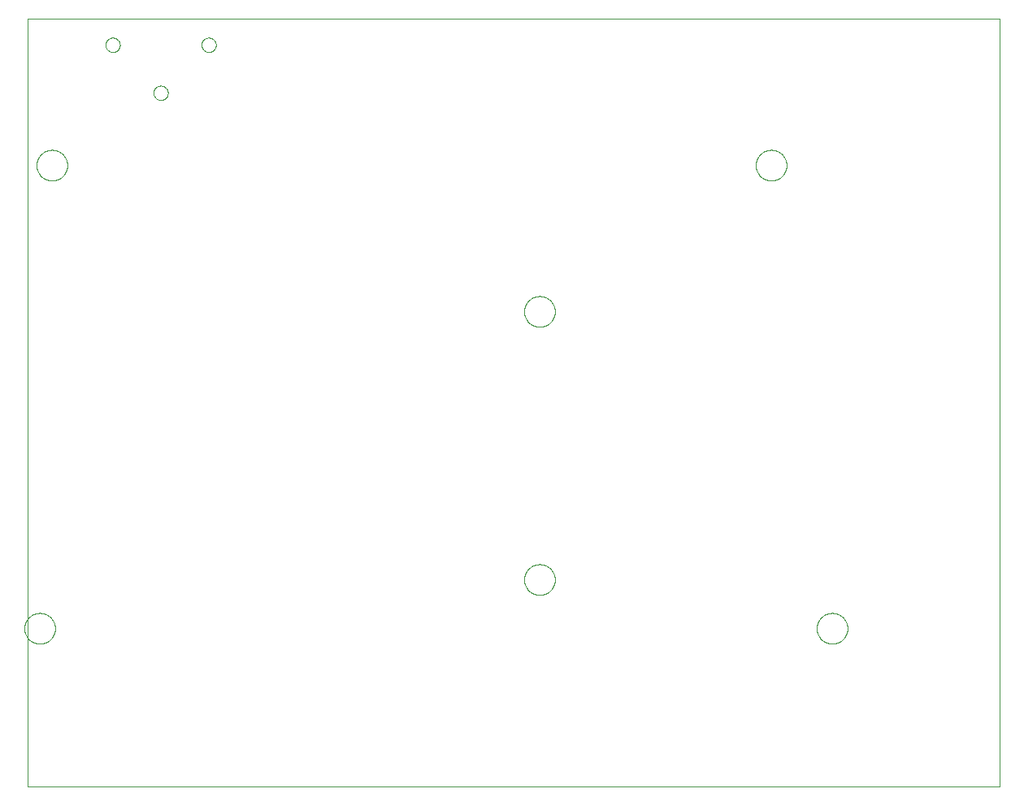
<source format=gbo>
G75*
%MOIN*%
%OFA0B0*%
%FSLAX25Y25*%
%IPPOS*%
%LPD*%
%AMOC8*
5,1,8,0,0,1.08239X$1,22.5*
%
%ADD10C,0.00000*%
D10*
X0076250Y0002534D02*
X0076250Y0317495D01*
X0474951Y0317495D01*
X0474951Y0002534D01*
X0076250Y0002534D01*
X0074951Y0067534D02*
X0074953Y0067692D01*
X0074959Y0067850D01*
X0074969Y0068008D01*
X0074983Y0068166D01*
X0075001Y0068323D01*
X0075022Y0068480D01*
X0075048Y0068636D01*
X0075078Y0068792D01*
X0075111Y0068947D01*
X0075149Y0069100D01*
X0075190Y0069253D01*
X0075235Y0069405D01*
X0075284Y0069556D01*
X0075337Y0069705D01*
X0075393Y0069853D01*
X0075453Y0069999D01*
X0075517Y0070144D01*
X0075585Y0070287D01*
X0075656Y0070429D01*
X0075730Y0070569D01*
X0075808Y0070706D01*
X0075890Y0070842D01*
X0075974Y0070976D01*
X0076063Y0071107D01*
X0076154Y0071236D01*
X0076249Y0071363D01*
X0076346Y0071488D01*
X0076447Y0071610D01*
X0076551Y0071729D01*
X0076658Y0071846D01*
X0076768Y0071960D01*
X0076881Y0072071D01*
X0076996Y0072180D01*
X0077114Y0072285D01*
X0077235Y0072387D01*
X0077358Y0072487D01*
X0077484Y0072583D01*
X0077612Y0072676D01*
X0077742Y0072766D01*
X0077875Y0072852D01*
X0078010Y0072936D01*
X0078146Y0073015D01*
X0078285Y0073092D01*
X0078426Y0073164D01*
X0078568Y0073234D01*
X0078712Y0073299D01*
X0078858Y0073361D01*
X0079005Y0073419D01*
X0079154Y0073474D01*
X0079304Y0073525D01*
X0079455Y0073572D01*
X0079607Y0073615D01*
X0079760Y0073654D01*
X0079915Y0073690D01*
X0080070Y0073721D01*
X0080226Y0073749D01*
X0080382Y0073773D01*
X0080539Y0073793D01*
X0080697Y0073809D01*
X0080854Y0073821D01*
X0081013Y0073829D01*
X0081171Y0073833D01*
X0081329Y0073833D01*
X0081487Y0073829D01*
X0081646Y0073821D01*
X0081803Y0073809D01*
X0081961Y0073793D01*
X0082118Y0073773D01*
X0082274Y0073749D01*
X0082430Y0073721D01*
X0082585Y0073690D01*
X0082740Y0073654D01*
X0082893Y0073615D01*
X0083045Y0073572D01*
X0083196Y0073525D01*
X0083346Y0073474D01*
X0083495Y0073419D01*
X0083642Y0073361D01*
X0083788Y0073299D01*
X0083932Y0073234D01*
X0084074Y0073164D01*
X0084215Y0073092D01*
X0084354Y0073015D01*
X0084490Y0072936D01*
X0084625Y0072852D01*
X0084758Y0072766D01*
X0084888Y0072676D01*
X0085016Y0072583D01*
X0085142Y0072487D01*
X0085265Y0072387D01*
X0085386Y0072285D01*
X0085504Y0072180D01*
X0085619Y0072071D01*
X0085732Y0071960D01*
X0085842Y0071846D01*
X0085949Y0071729D01*
X0086053Y0071610D01*
X0086154Y0071488D01*
X0086251Y0071363D01*
X0086346Y0071236D01*
X0086437Y0071107D01*
X0086526Y0070976D01*
X0086610Y0070842D01*
X0086692Y0070706D01*
X0086770Y0070569D01*
X0086844Y0070429D01*
X0086915Y0070287D01*
X0086983Y0070144D01*
X0087047Y0069999D01*
X0087107Y0069853D01*
X0087163Y0069705D01*
X0087216Y0069556D01*
X0087265Y0069405D01*
X0087310Y0069253D01*
X0087351Y0069100D01*
X0087389Y0068947D01*
X0087422Y0068792D01*
X0087452Y0068636D01*
X0087478Y0068480D01*
X0087499Y0068323D01*
X0087517Y0068166D01*
X0087531Y0068008D01*
X0087541Y0067850D01*
X0087547Y0067692D01*
X0087549Y0067534D01*
X0087547Y0067376D01*
X0087541Y0067218D01*
X0087531Y0067060D01*
X0087517Y0066902D01*
X0087499Y0066745D01*
X0087478Y0066588D01*
X0087452Y0066432D01*
X0087422Y0066276D01*
X0087389Y0066121D01*
X0087351Y0065968D01*
X0087310Y0065815D01*
X0087265Y0065663D01*
X0087216Y0065512D01*
X0087163Y0065363D01*
X0087107Y0065215D01*
X0087047Y0065069D01*
X0086983Y0064924D01*
X0086915Y0064781D01*
X0086844Y0064639D01*
X0086770Y0064499D01*
X0086692Y0064362D01*
X0086610Y0064226D01*
X0086526Y0064092D01*
X0086437Y0063961D01*
X0086346Y0063832D01*
X0086251Y0063705D01*
X0086154Y0063580D01*
X0086053Y0063458D01*
X0085949Y0063339D01*
X0085842Y0063222D01*
X0085732Y0063108D01*
X0085619Y0062997D01*
X0085504Y0062888D01*
X0085386Y0062783D01*
X0085265Y0062681D01*
X0085142Y0062581D01*
X0085016Y0062485D01*
X0084888Y0062392D01*
X0084758Y0062302D01*
X0084625Y0062216D01*
X0084490Y0062132D01*
X0084354Y0062053D01*
X0084215Y0061976D01*
X0084074Y0061904D01*
X0083932Y0061834D01*
X0083788Y0061769D01*
X0083642Y0061707D01*
X0083495Y0061649D01*
X0083346Y0061594D01*
X0083196Y0061543D01*
X0083045Y0061496D01*
X0082893Y0061453D01*
X0082740Y0061414D01*
X0082585Y0061378D01*
X0082430Y0061347D01*
X0082274Y0061319D01*
X0082118Y0061295D01*
X0081961Y0061275D01*
X0081803Y0061259D01*
X0081646Y0061247D01*
X0081487Y0061239D01*
X0081329Y0061235D01*
X0081171Y0061235D01*
X0081013Y0061239D01*
X0080854Y0061247D01*
X0080697Y0061259D01*
X0080539Y0061275D01*
X0080382Y0061295D01*
X0080226Y0061319D01*
X0080070Y0061347D01*
X0079915Y0061378D01*
X0079760Y0061414D01*
X0079607Y0061453D01*
X0079455Y0061496D01*
X0079304Y0061543D01*
X0079154Y0061594D01*
X0079005Y0061649D01*
X0078858Y0061707D01*
X0078712Y0061769D01*
X0078568Y0061834D01*
X0078426Y0061904D01*
X0078285Y0061976D01*
X0078146Y0062053D01*
X0078010Y0062132D01*
X0077875Y0062216D01*
X0077742Y0062302D01*
X0077612Y0062392D01*
X0077484Y0062485D01*
X0077358Y0062581D01*
X0077235Y0062681D01*
X0077114Y0062783D01*
X0076996Y0062888D01*
X0076881Y0062997D01*
X0076768Y0063108D01*
X0076658Y0063222D01*
X0076551Y0063339D01*
X0076447Y0063458D01*
X0076346Y0063580D01*
X0076249Y0063705D01*
X0076154Y0063832D01*
X0076063Y0063961D01*
X0075974Y0064092D01*
X0075890Y0064226D01*
X0075808Y0064362D01*
X0075730Y0064499D01*
X0075656Y0064639D01*
X0075585Y0064781D01*
X0075517Y0064924D01*
X0075453Y0065069D01*
X0075393Y0065215D01*
X0075337Y0065363D01*
X0075284Y0065512D01*
X0075235Y0065663D01*
X0075190Y0065815D01*
X0075149Y0065968D01*
X0075111Y0066121D01*
X0075078Y0066276D01*
X0075048Y0066432D01*
X0075022Y0066588D01*
X0075001Y0066745D01*
X0074983Y0066902D01*
X0074969Y0067060D01*
X0074959Y0067218D01*
X0074953Y0067376D01*
X0074951Y0067534D01*
X0279951Y0087534D02*
X0279953Y0087692D01*
X0279959Y0087850D01*
X0279969Y0088008D01*
X0279983Y0088166D01*
X0280001Y0088323D01*
X0280022Y0088480D01*
X0280048Y0088636D01*
X0280078Y0088792D01*
X0280111Y0088947D01*
X0280149Y0089100D01*
X0280190Y0089253D01*
X0280235Y0089405D01*
X0280284Y0089556D01*
X0280337Y0089705D01*
X0280393Y0089853D01*
X0280453Y0089999D01*
X0280517Y0090144D01*
X0280585Y0090287D01*
X0280656Y0090429D01*
X0280730Y0090569D01*
X0280808Y0090706D01*
X0280890Y0090842D01*
X0280974Y0090976D01*
X0281063Y0091107D01*
X0281154Y0091236D01*
X0281249Y0091363D01*
X0281346Y0091488D01*
X0281447Y0091610D01*
X0281551Y0091729D01*
X0281658Y0091846D01*
X0281768Y0091960D01*
X0281881Y0092071D01*
X0281996Y0092180D01*
X0282114Y0092285D01*
X0282235Y0092387D01*
X0282358Y0092487D01*
X0282484Y0092583D01*
X0282612Y0092676D01*
X0282742Y0092766D01*
X0282875Y0092852D01*
X0283010Y0092936D01*
X0283146Y0093015D01*
X0283285Y0093092D01*
X0283426Y0093164D01*
X0283568Y0093234D01*
X0283712Y0093299D01*
X0283858Y0093361D01*
X0284005Y0093419D01*
X0284154Y0093474D01*
X0284304Y0093525D01*
X0284455Y0093572D01*
X0284607Y0093615D01*
X0284760Y0093654D01*
X0284915Y0093690D01*
X0285070Y0093721D01*
X0285226Y0093749D01*
X0285382Y0093773D01*
X0285539Y0093793D01*
X0285697Y0093809D01*
X0285854Y0093821D01*
X0286013Y0093829D01*
X0286171Y0093833D01*
X0286329Y0093833D01*
X0286487Y0093829D01*
X0286646Y0093821D01*
X0286803Y0093809D01*
X0286961Y0093793D01*
X0287118Y0093773D01*
X0287274Y0093749D01*
X0287430Y0093721D01*
X0287585Y0093690D01*
X0287740Y0093654D01*
X0287893Y0093615D01*
X0288045Y0093572D01*
X0288196Y0093525D01*
X0288346Y0093474D01*
X0288495Y0093419D01*
X0288642Y0093361D01*
X0288788Y0093299D01*
X0288932Y0093234D01*
X0289074Y0093164D01*
X0289215Y0093092D01*
X0289354Y0093015D01*
X0289490Y0092936D01*
X0289625Y0092852D01*
X0289758Y0092766D01*
X0289888Y0092676D01*
X0290016Y0092583D01*
X0290142Y0092487D01*
X0290265Y0092387D01*
X0290386Y0092285D01*
X0290504Y0092180D01*
X0290619Y0092071D01*
X0290732Y0091960D01*
X0290842Y0091846D01*
X0290949Y0091729D01*
X0291053Y0091610D01*
X0291154Y0091488D01*
X0291251Y0091363D01*
X0291346Y0091236D01*
X0291437Y0091107D01*
X0291526Y0090976D01*
X0291610Y0090842D01*
X0291692Y0090706D01*
X0291770Y0090569D01*
X0291844Y0090429D01*
X0291915Y0090287D01*
X0291983Y0090144D01*
X0292047Y0089999D01*
X0292107Y0089853D01*
X0292163Y0089705D01*
X0292216Y0089556D01*
X0292265Y0089405D01*
X0292310Y0089253D01*
X0292351Y0089100D01*
X0292389Y0088947D01*
X0292422Y0088792D01*
X0292452Y0088636D01*
X0292478Y0088480D01*
X0292499Y0088323D01*
X0292517Y0088166D01*
X0292531Y0088008D01*
X0292541Y0087850D01*
X0292547Y0087692D01*
X0292549Y0087534D01*
X0292547Y0087376D01*
X0292541Y0087218D01*
X0292531Y0087060D01*
X0292517Y0086902D01*
X0292499Y0086745D01*
X0292478Y0086588D01*
X0292452Y0086432D01*
X0292422Y0086276D01*
X0292389Y0086121D01*
X0292351Y0085968D01*
X0292310Y0085815D01*
X0292265Y0085663D01*
X0292216Y0085512D01*
X0292163Y0085363D01*
X0292107Y0085215D01*
X0292047Y0085069D01*
X0291983Y0084924D01*
X0291915Y0084781D01*
X0291844Y0084639D01*
X0291770Y0084499D01*
X0291692Y0084362D01*
X0291610Y0084226D01*
X0291526Y0084092D01*
X0291437Y0083961D01*
X0291346Y0083832D01*
X0291251Y0083705D01*
X0291154Y0083580D01*
X0291053Y0083458D01*
X0290949Y0083339D01*
X0290842Y0083222D01*
X0290732Y0083108D01*
X0290619Y0082997D01*
X0290504Y0082888D01*
X0290386Y0082783D01*
X0290265Y0082681D01*
X0290142Y0082581D01*
X0290016Y0082485D01*
X0289888Y0082392D01*
X0289758Y0082302D01*
X0289625Y0082216D01*
X0289490Y0082132D01*
X0289354Y0082053D01*
X0289215Y0081976D01*
X0289074Y0081904D01*
X0288932Y0081834D01*
X0288788Y0081769D01*
X0288642Y0081707D01*
X0288495Y0081649D01*
X0288346Y0081594D01*
X0288196Y0081543D01*
X0288045Y0081496D01*
X0287893Y0081453D01*
X0287740Y0081414D01*
X0287585Y0081378D01*
X0287430Y0081347D01*
X0287274Y0081319D01*
X0287118Y0081295D01*
X0286961Y0081275D01*
X0286803Y0081259D01*
X0286646Y0081247D01*
X0286487Y0081239D01*
X0286329Y0081235D01*
X0286171Y0081235D01*
X0286013Y0081239D01*
X0285854Y0081247D01*
X0285697Y0081259D01*
X0285539Y0081275D01*
X0285382Y0081295D01*
X0285226Y0081319D01*
X0285070Y0081347D01*
X0284915Y0081378D01*
X0284760Y0081414D01*
X0284607Y0081453D01*
X0284455Y0081496D01*
X0284304Y0081543D01*
X0284154Y0081594D01*
X0284005Y0081649D01*
X0283858Y0081707D01*
X0283712Y0081769D01*
X0283568Y0081834D01*
X0283426Y0081904D01*
X0283285Y0081976D01*
X0283146Y0082053D01*
X0283010Y0082132D01*
X0282875Y0082216D01*
X0282742Y0082302D01*
X0282612Y0082392D01*
X0282484Y0082485D01*
X0282358Y0082581D01*
X0282235Y0082681D01*
X0282114Y0082783D01*
X0281996Y0082888D01*
X0281881Y0082997D01*
X0281768Y0083108D01*
X0281658Y0083222D01*
X0281551Y0083339D01*
X0281447Y0083458D01*
X0281346Y0083580D01*
X0281249Y0083705D01*
X0281154Y0083832D01*
X0281063Y0083961D01*
X0280974Y0084092D01*
X0280890Y0084226D01*
X0280808Y0084362D01*
X0280730Y0084499D01*
X0280656Y0084639D01*
X0280585Y0084781D01*
X0280517Y0084924D01*
X0280453Y0085069D01*
X0280393Y0085215D01*
X0280337Y0085363D01*
X0280284Y0085512D01*
X0280235Y0085663D01*
X0280190Y0085815D01*
X0280149Y0085968D01*
X0280111Y0086121D01*
X0280078Y0086276D01*
X0280048Y0086432D01*
X0280022Y0086588D01*
X0280001Y0086745D01*
X0279983Y0086902D01*
X0279969Y0087060D01*
X0279959Y0087218D01*
X0279953Y0087376D01*
X0279951Y0087534D01*
X0399951Y0067534D02*
X0399953Y0067692D01*
X0399959Y0067850D01*
X0399969Y0068008D01*
X0399983Y0068166D01*
X0400001Y0068323D01*
X0400022Y0068480D01*
X0400048Y0068636D01*
X0400078Y0068792D01*
X0400111Y0068947D01*
X0400149Y0069100D01*
X0400190Y0069253D01*
X0400235Y0069405D01*
X0400284Y0069556D01*
X0400337Y0069705D01*
X0400393Y0069853D01*
X0400453Y0069999D01*
X0400517Y0070144D01*
X0400585Y0070287D01*
X0400656Y0070429D01*
X0400730Y0070569D01*
X0400808Y0070706D01*
X0400890Y0070842D01*
X0400974Y0070976D01*
X0401063Y0071107D01*
X0401154Y0071236D01*
X0401249Y0071363D01*
X0401346Y0071488D01*
X0401447Y0071610D01*
X0401551Y0071729D01*
X0401658Y0071846D01*
X0401768Y0071960D01*
X0401881Y0072071D01*
X0401996Y0072180D01*
X0402114Y0072285D01*
X0402235Y0072387D01*
X0402358Y0072487D01*
X0402484Y0072583D01*
X0402612Y0072676D01*
X0402742Y0072766D01*
X0402875Y0072852D01*
X0403010Y0072936D01*
X0403146Y0073015D01*
X0403285Y0073092D01*
X0403426Y0073164D01*
X0403568Y0073234D01*
X0403712Y0073299D01*
X0403858Y0073361D01*
X0404005Y0073419D01*
X0404154Y0073474D01*
X0404304Y0073525D01*
X0404455Y0073572D01*
X0404607Y0073615D01*
X0404760Y0073654D01*
X0404915Y0073690D01*
X0405070Y0073721D01*
X0405226Y0073749D01*
X0405382Y0073773D01*
X0405539Y0073793D01*
X0405697Y0073809D01*
X0405854Y0073821D01*
X0406013Y0073829D01*
X0406171Y0073833D01*
X0406329Y0073833D01*
X0406487Y0073829D01*
X0406646Y0073821D01*
X0406803Y0073809D01*
X0406961Y0073793D01*
X0407118Y0073773D01*
X0407274Y0073749D01*
X0407430Y0073721D01*
X0407585Y0073690D01*
X0407740Y0073654D01*
X0407893Y0073615D01*
X0408045Y0073572D01*
X0408196Y0073525D01*
X0408346Y0073474D01*
X0408495Y0073419D01*
X0408642Y0073361D01*
X0408788Y0073299D01*
X0408932Y0073234D01*
X0409074Y0073164D01*
X0409215Y0073092D01*
X0409354Y0073015D01*
X0409490Y0072936D01*
X0409625Y0072852D01*
X0409758Y0072766D01*
X0409888Y0072676D01*
X0410016Y0072583D01*
X0410142Y0072487D01*
X0410265Y0072387D01*
X0410386Y0072285D01*
X0410504Y0072180D01*
X0410619Y0072071D01*
X0410732Y0071960D01*
X0410842Y0071846D01*
X0410949Y0071729D01*
X0411053Y0071610D01*
X0411154Y0071488D01*
X0411251Y0071363D01*
X0411346Y0071236D01*
X0411437Y0071107D01*
X0411526Y0070976D01*
X0411610Y0070842D01*
X0411692Y0070706D01*
X0411770Y0070569D01*
X0411844Y0070429D01*
X0411915Y0070287D01*
X0411983Y0070144D01*
X0412047Y0069999D01*
X0412107Y0069853D01*
X0412163Y0069705D01*
X0412216Y0069556D01*
X0412265Y0069405D01*
X0412310Y0069253D01*
X0412351Y0069100D01*
X0412389Y0068947D01*
X0412422Y0068792D01*
X0412452Y0068636D01*
X0412478Y0068480D01*
X0412499Y0068323D01*
X0412517Y0068166D01*
X0412531Y0068008D01*
X0412541Y0067850D01*
X0412547Y0067692D01*
X0412549Y0067534D01*
X0412547Y0067376D01*
X0412541Y0067218D01*
X0412531Y0067060D01*
X0412517Y0066902D01*
X0412499Y0066745D01*
X0412478Y0066588D01*
X0412452Y0066432D01*
X0412422Y0066276D01*
X0412389Y0066121D01*
X0412351Y0065968D01*
X0412310Y0065815D01*
X0412265Y0065663D01*
X0412216Y0065512D01*
X0412163Y0065363D01*
X0412107Y0065215D01*
X0412047Y0065069D01*
X0411983Y0064924D01*
X0411915Y0064781D01*
X0411844Y0064639D01*
X0411770Y0064499D01*
X0411692Y0064362D01*
X0411610Y0064226D01*
X0411526Y0064092D01*
X0411437Y0063961D01*
X0411346Y0063832D01*
X0411251Y0063705D01*
X0411154Y0063580D01*
X0411053Y0063458D01*
X0410949Y0063339D01*
X0410842Y0063222D01*
X0410732Y0063108D01*
X0410619Y0062997D01*
X0410504Y0062888D01*
X0410386Y0062783D01*
X0410265Y0062681D01*
X0410142Y0062581D01*
X0410016Y0062485D01*
X0409888Y0062392D01*
X0409758Y0062302D01*
X0409625Y0062216D01*
X0409490Y0062132D01*
X0409354Y0062053D01*
X0409215Y0061976D01*
X0409074Y0061904D01*
X0408932Y0061834D01*
X0408788Y0061769D01*
X0408642Y0061707D01*
X0408495Y0061649D01*
X0408346Y0061594D01*
X0408196Y0061543D01*
X0408045Y0061496D01*
X0407893Y0061453D01*
X0407740Y0061414D01*
X0407585Y0061378D01*
X0407430Y0061347D01*
X0407274Y0061319D01*
X0407118Y0061295D01*
X0406961Y0061275D01*
X0406803Y0061259D01*
X0406646Y0061247D01*
X0406487Y0061239D01*
X0406329Y0061235D01*
X0406171Y0061235D01*
X0406013Y0061239D01*
X0405854Y0061247D01*
X0405697Y0061259D01*
X0405539Y0061275D01*
X0405382Y0061295D01*
X0405226Y0061319D01*
X0405070Y0061347D01*
X0404915Y0061378D01*
X0404760Y0061414D01*
X0404607Y0061453D01*
X0404455Y0061496D01*
X0404304Y0061543D01*
X0404154Y0061594D01*
X0404005Y0061649D01*
X0403858Y0061707D01*
X0403712Y0061769D01*
X0403568Y0061834D01*
X0403426Y0061904D01*
X0403285Y0061976D01*
X0403146Y0062053D01*
X0403010Y0062132D01*
X0402875Y0062216D01*
X0402742Y0062302D01*
X0402612Y0062392D01*
X0402484Y0062485D01*
X0402358Y0062581D01*
X0402235Y0062681D01*
X0402114Y0062783D01*
X0401996Y0062888D01*
X0401881Y0062997D01*
X0401768Y0063108D01*
X0401658Y0063222D01*
X0401551Y0063339D01*
X0401447Y0063458D01*
X0401346Y0063580D01*
X0401249Y0063705D01*
X0401154Y0063832D01*
X0401063Y0063961D01*
X0400974Y0064092D01*
X0400890Y0064226D01*
X0400808Y0064362D01*
X0400730Y0064499D01*
X0400656Y0064639D01*
X0400585Y0064781D01*
X0400517Y0064924D01*
X0400453Y0065069D01*
X0400393Y0065215D01*
X0400337Y0065363D01*
X0400284Y0065512D01*
X0400235Y0065663D01*
X0400190Y0065815D01*
X0400149Y0065968D01*
X0400111Y0066121D01*
X0400078Y0066276D01*
X0400048Y0066432D01*
X0400022Y0066588D01*
X0400001Y0066745D01*
X0399983Y0066902D01*
X0399969Y0067060D01*
X0399959Y0067218D01*
X0399953Y0067376D01*
X0399951Y0067534D01*
X0279951Y0197534D02*
X0279953Y0197692D01*
X0279959Y0197850D01*
X0279969Y0198008D01*
X0279983Y0198166D01*
X0280001Y0198323D01*
X0280022Y0198480D01*
X0280048Y0198636D01*
X0280078Y0198792D01*
X0280111Y0198947D01*
X0280149Y0199100D01*
X0280190Y0199253D01*
X0280235Y0199405D01*
X0280284Y0199556D01*
X0280337Y0199705D01*
X0280393Y0199853D01*
X0280453Y0199999D01*
X0280517Y0200144D01*
X0280585Y0200287D01*
X0280656Y0200429D01*
X0280730Y0200569D01*
X0280808Y0200706D01*
X0280890Y0200842D01*
X0280974Y0200976D01*
X0281063Y0201107D01*
X0281154Y0201236D01*
X0281249Y0201363D01*
X0281346Y0201488D01*
X0281447Y0201610D01*
X0281551Y0201729D01*
X0281658Y0201846D01*
X0281768Y0201960D01*
X0281881Y0202071D01*
X0281996Y0202180D01*
X0282114Y0202285D01*
X0282235Y0202387D01*
X0282358Y0202487D01*
X0282484Y0202583D01*
X0282612Y0202676D01*
X0282742Y0202766D01*
X0282875Y0202852D01*
X0283010Y0202936D01*
X0283146Y0203015D01*
X0283285Y0203092D01*
X0283426Y0203164D01*
X0283568Y0203234D01*
X0283712Y0203299D01*
X0283858Y0203361D01*
X0284005Y0203419D01*
X0284154Y0203474D01*
X0284304Y0203525D01*
X0284455Y0203572D01*
X0284607Y0203615D01*
X0284760Y0203654D01*
X0284915Y0203690D01*
X0285070Y0203721D01*
X0285226Y0203749D01*
X0285382Y0203773D01*
X0285539Y0203793D01*
X0285697Y0203809D01*
X0285854Y0203821D01*
X0286013Y0203829D01*
X0286171Y0203833D01*
X0286329Y0203833D01*
X0286487Y0203829D01*
X0286646Y0203821D01*
X0286803Y0203809D01*
X0286961Y0203793D01*
X0287118Y0203773D01*
X0287274Y0203749D01*
X0287430Y0203721D01*
X0287585Y0203690D01*
X0287740Y0203654D01*
X0287893Y0203615D01*
X0288045Y0203572D01*
X0288196Y0203525D01*
X0288346Y0203474D01*
X0288495Y0203419D01*
X0288642Y0203361D01*
X0288788Y0203299D01*
X0288932Y0203234D01*
X0289074Y0203164D01*
X0289215Y0203092D01*
X0289354Y0203015D01*
X0289490Y0202936D01*
X0289625Y0202852D01*
X0289758Y0202766D01*
X0289888Y0202676D01*
X0290016Y0202583D01*
X0290142Y0202487D01*
X0290265Y0202387D01*
X0290386Y0202285D01*
X0290504Y0202180D01*
X0290619Y0202071D01*
X0290732Y0201960D01*
X0290842Y0201846D01*
X0290949Y0201729D01*
X0291053Y0201610D01*
X0291154Y0201488D01*
X0291251Y0201363D01*
X0291346Y0201236D01*
X0291437Y0201107D01*
X0291526Y0200976D01*
X0291610Y0200842D01*
X0291692Y0200706D01*
X0291770Y0200569D01*
X0291844Y0200429D01*
X0291915Y0200287D01*
X0291983Y0200144D01*
X0292047Y0199999D01*
X0292107Y0199853D01*
X0292163Y0199705D01*
X0292216Y0199556D01*
X0292265Y0199405D01*
X0292310Y0199253D01*
X0292351Y0199100D01*
X0292389Y0198947D01*
X0292422Y0198792D01*
X0292452Y0198636D01*
X0292478Y0198480D01*
X0292499Y0198323D01*
X0292517Y0198166D01*
X0292531Y0198008D01*
X0292541Y0197850D01*
X0292547Y0197692D01*
X0292549Y0197534D01*
X0292547Y0197376D01*
X0292541Y0197218D01*
X0292531Y0197060D01*
X0292517Y0196902D01*
X0292499Y0196745D01*
X0292478Y0196588D01*
X0292452Y0196432D01*
X0292422Y0196276D01*
X0292389Y0196121D01*
X0292351Y0195968D01*
X0292310Y0195815D01*
X0292265Y0195663D01*
X0292216Y0195512D01*
X0292163Y0195363D01*
X0292107Y0195215D01*
X0292047Y0195069D01*
X0291983Y0194924D01*
X0291915Y0194781D01*
X0291844Y0194639D01*
X0291770Y0194499D01*
X0291692Y0194362D01*
X0291610Y0194226D01*
X0291526Y0194092D01*
X0291437Y0193961D01*
X0291346Y0193832D01*
X0291251Y0193705D01*
X0291154Y0193580D01*
X0291053Y0193458D01*
X0290949Y0193339D01*
X0290842Y0193222D01*
X0290732Y0193108D01*
X0290619Y0192997D01*
X0290504Y0192888D01*
X0290386Y0192783D01*
X0290265Y0192681D01*
X0290142Y0192581D01*
X0290016Y0192485D01*
X0289888Y0192392D01*
X0289758Y0192302D01*
X0289625Y0192216D01*
X0289490Y0192132D01*
X0289354Y0192053D01*
X0289215Y0191976D01*
X0289074Y0191904D01*
X0288932Y0191834D01*
X0288788Y0191769D01*
X0288642Y0191707D01*
X0288495Y0191649D01*
X0288346Y0191594D01*
X0288196Y0191543D01*
X0288045Y0191496D01*
X0287893Y0191453D01*
X0287740Y0191414D01*
X0287585Y0191378D01*
X0287430Y0191347D01*
X0287274Y0191319D01*
X0287118Y0191295D01*
X0286961Y0191275D01*
X0286803Y0191259D01*
X0286646Y0191247D01*
X0286487Y0191239D01*
X0286329Y0191235D01*
X0286171Y0191235D01*
X0286013Y0191239D01*
X0285854Y0191247D01*
X0285697Y0191259D01*
X0285539Y0191275D01*
X0285382Y0191295D01*
X0285226Y0191319D01*
X0285070Y0191347D01*
X0284915Y0191378D01*
X0284760Y0191414D01*
X0284607Y0191453D01*
X0284455Y0191496D01*
X0284304Y0191543D01*
X0284154Y0191594D01*
X0284005Y0191649D01*
X0283858Y0191707D01*
X0283712Y0191769D01*
X0283568Y0191834D01*
X0283426Y0191904D01*
X0283285Y0191976D01*
X0283146Y0192053D01*
X0283010Y0192132D01*
X0282875Y0192216D01*
X0282742Y0192302D01*
X0282612Y0192392D01*
X0282484Y0192485D01*
X0282358Y0192581D01*
X0282235Y0192681D01*
X0282114Y0192783D01*
X0281996Y0192888D01*
X0281881Y0192997D01*
X0281768Y0193108D01*
X0281658Y0193222D01*
X0281551Y0193339D01*
X0281447Y0193458D01*
X0281346Y0193580D01*
X0281249Y0193705D01*
X0281154Y0193832D01*
X0281063Y0193961D01*
X0280974Y0194092D01*
X0280890Y0194226D01*
X0280808Y0194362D01*
X0280730Y0194499D01*
X0280656Y0194639D01*
X0280585Y0194781D01*
X0280517Y0194924D01*
X0280453Y0195069D01*
X0280393Y0195215D01*
X0280337Y0195363D01*
X0280284Y0195512D01*
X0280235Y0195663D01*
X0280190Y0195815D01*
X0280149Y0195968D01*
X0280111Y0196121D01*
X0280078Y0196276D01*
X0280048Y0196432D01*
X0280022Y0196588D01*
X0280001Y0196745D01*
X0279983Y0196902D01*
X0279969Y0197060D01*
X0279959Y0197218D01*
X0279953Y0197376D01*
X0279951Y0197534D01*
X0374951Y0257534D02*
X0374953Y0257692D01*
X0374959Y0257850D01*
X0374969Y0258008D01*
X0374983Y0258166D01*
X0375001Y0258323D01*
X0375022Y0258480D01*
X0375048Y0258636D01*
X0375078Y0258792D01*
X0375111Y0258947D01*
X0375149Y0259100D01*
X0375190Y0259253D01*
X0375235Y0259405D01*
X0375284Y0259556D01*
X0375337Y0259705D01*
X0375393Y0259853D01*
X0375453Y0259999D01*
X0375517Y0260144D01*
X0375585Y0260287D01*
X0375656Y0260429D01*
X0375730Y0260569D01*
X0375808Y0260706D01*
X0375890Y0260842D01*
X0375974Y0260976D01*
X0376063Y0261107D01*
X0376154Y0261236D01*
X0376249Y0261363D01*
X0376346Y0261488D01*
X0376447Y0261610D01*
X0376551Y0261729D01*
X0376658Y0261846D01*
X0376768Y0261960D01*
X0376881Y0262071D01*
X0376996Y0262180D01*
X0377114Y0262285D01*
X0377235Y0262387D01*
X0377358Y0262487D01*
X0377484Y0262583D01*
X0377612Y0262676D01*
X0377742Y0262766D01*
X0377875Y0262852D01*
X0378010Y0262936D01*
X0378146Y0263015D01*
X0378285Y0263092D01*
X0378426Y0263164D01*
X0378568Y0263234D01*
X0378712Y0263299D01*
X0378858Y0263361D01*
X0379005Y0263419D01*
X0379154Y0263474D01*
X0379304Y0263525D01*
X0379455Y0263572D01*
X0379607Y0263615D01*
X0379760Y0263654D01*
X0379915Y0263690D01*
X0380070Y0263721D01*
X0380226Y0263749D01*
X0380382Y0263773D01*
X0380539Y0263793D01*
X0380697Y0263809D01*
X0380854Y0263821D01*
X0381013Y0263829D01*
X0381171Y0263833D01*
X0381329Y0263833D01*
X0381487Y0263829D01*
X0381646Y0263821D01*
X0381803Y0263809D01*
X0381961Y0263793D01*
X0382118Y0263773D01*
X0382274Y0263749D01*
X0382430Y0263721D01*
X0382585Y0263690D01*
X0382740Y0263654D01*
X0382893Y0263615D01*
X0383045Y0263572D01*
X0383196Y0263525D01*
X0383346Y0263474D01*
X0383495Y0263419D01*
X0383642Y0263361D01*
X0383788Y0263299D01*
X0383932Y0263234D01*
X0384074Y0263164D01*
X0384215Y0263092D01*
X0384354Y0263015D01*
X0384490Y0262936D01*
X0384625Y0262852D01*
X0384758Y0262766D01*
X0384888Y0262676D01*
X0385016Y0262583D01*
X0385142Y0262487D01*
X0385265Y0262387D01*
X0385386Y0262285D01*
X0385504Y0262180D01*
X0385619Y0262071D01*
X0385732Y0261960D01*
X0385842Y0261846D01*
X0385949Y0261729D01*
X0386053Y0261610D01*
X0386154Y0261488D01*
X0386251Y0261363D01*
X0386346Y0261236D01*
X0386437Y0261107D01*
X0386526Y0260976D01*
X0386610Y0260842D01*
X0386692Y0260706D01*
X0386770Y0260569D01*
X0386844Y0260429D01*
X0386915Y0260287D01*
X0386983Y0260144D01*
X0387047Y0259999D01*
X0387107Y0259853D01*
X0387163Y0259705D01*
X0387216Y0259556D01*
X0387265Y0259405D01*
X0387310Y0259253D01*
X0387351Y0259100D01*
X0387389Y0258947D01*
X0387422Y0258792D01*
X0387452Y0258636D01*
X0387478Y0258480D01*
X0387499Y0258323D01*
X0387517Y0258166D01*
X0387531Y0258008D01*
X0387541Y0257850D01*
X0387547Y0257692D01*
X0387549Y0257534D01*
X0387547Y0257376D01*
X0387541Y0257218D01*
X0387531Y0257060D01*
X0387517Y0256902D01*
X0387499Y0256745D01*
X0387478Y0256588D01*
X0387452Y0256432D01*
X0387422Y0256276D01*
X0387389Y0256121D01*
X0387351Y0255968D01*
X0387310Y0255815D01*
X0387265Y0255663D01*
X0387216Y0255512D01*
X0387163Y0255363D01*
X0387107Y0255215D01*
X0387047Y0255069D01*
X0386983Y0254924D01*
X0386915Y0254781D01*
X0386844Y0254639D01*
X0386770Y0254499D01*
X0386692Y0254362D01*
X0386610Y0254226D01*
X0386526Y0254092D01*
X0386437Y0253961D01*
X0386346Y0253832D01*
X0386251Y0253705D01*
X0386154Y0253580D01*
X0386053Y0253458D01*
X0385949Y0253339D01*
X0385842Y0253222D01*
X0385732Y0253108D01*
X0385619Y0252997D01*
X0385504Y0252888D01*
X0385386Y0252783D01*
X0385265Y0252681D01*
X0385142Y0252581D01*
X0385016Y0252485D01*
X0384888Y0252392D01*
X0384758Y0252302D01*
X0384625Y0252216D01*
X0384490Y0252132D01*
X0384354Y0252053D01*
X0384215Y0251976D01*
X0384074Y0251904D01*
X0383932Y0251834D01*
X0383788Y0251769D01*
X0383642Y0251707D01*
X0383495Y0251649D01*
X0383346Y0251594D01*
X0383196Y0251543D01*
X0383045Y0251496D01*
X0382893Y0251453D01*
X0382740Y0251414D01*
X0382585Y0251378D01*
X0382430Y0251347D01*
X0382274Y0251319D01*
X0382118Y0251295D01*
X0381961Y0251275D01*
X0381803Y0251259D01*
X0381646Y0251247D01*
X0381487Y0251239D01*
X0381329Y0251235D01*
X0381171Y0251235D01*
X0381013Y0251239D01*
X0380854Y0251247D01*
X0380697Y0251259D01*
X0380539Y0251275D01*
X0380382Y0251295D01*
X0380226Y0251319D01*
X0380070Y0251347D01*
X0379915Y0251378D01*
X0379760Y0251414D01*
X0379607Y0251453D01*
X0379455Y0251496D01*
X0379304Y0251543D01*
X0379154Y0251594D01*
X0379005Y0251649D01*
X0378858Y0251707D01*
X0378712Y0251769D01*
X0378568Y0251834D01*
X0378426Y0251904D01*
X0378285Y0251976D01*
X0378146Y0252053D01*
X0378010Y0252132D01*
X0377875Y0252216D01*
X0377742Y0252302D01*
X0377612Y0252392D01*
X0377484Y0252485D01*
X0377358Y0252581D01*
X0377235Y0252681D01*
X0377114Y0252783D01*
X0376996Y0252888D01*
X0376881Y0252997D01*
X0376768Y0253108D01*
X0376658Y0253222D01*
X0376551Y0253339D01*
X0376447Y0253458D01*
X0376346Y0253580D01*
X0376249Y0253705D01*
X0376154Y0253832D01*
X0376063Y0253961D01*
X0375974Y0254092D01*
X0375890Y0254226D01*
X0375808Y0254362D01*
X0375730Y0254499D01*
X0375656Y0254639D01*
X0375585Y0254781D01*
X0375517Y0254924D01*
X0375453Y0255069D01*
X0375393Y0255215D01*
X0375337Y0255363D01*
X0375284Y0255512D01*
X0375235Y0255663D01*
X0375190Y0255815D01*
X0375149Y0255968D01*
X0375111Y0256121D01*
X0375078Y0256276D01*
X0375048Y0256432D01*
X0375022Y0256588D01*
X0375001Y0256745D01*
X0374983Y0256902D01*
X0374969Y0257060D01*
X0374959Y0257218D01*
X0374953Y0257376D01*
X0374951Y0257534D01*
X0147588Y0306904D02*
X0147590Y0307012D01*
X0147596Y0307121D01*
X0147606Y0307229D01*
X0147620Y0307336D01*
X0147638Y0307443D01*
X0147659Y0307550D01*
X0147685Y0307655D01*
X0147715Y0307760D01*
X0147748Y0307863D01*
X0147785Y0307965D01*
X0147826Y0308065D01*
X0147870Y0308164D01*
X0147919Y0308262D01*
X0147970Y0308357D01*
X0148025Y0308450D01*
X0148084Y0308542D01*
X0148146Y0308631D01*
X0148211Y0308718D01*
X0148279Y0308802D01*
X0148350Y0308884D01*
X0148424Y0308963D01*
X0148501Y0309039D01*
X0148581Y0309113D01*
X0148664Y0309183D01*
X0148749Y0309251D01*
X0148836Y0309315D01*
X0148926Y0309376D01*
X0149018Y0309434D01*
X0149112Y0309488D01*
X0149208Y0309539D01*
X0149305Y0309586D01*
X0149405Y0309630D01*
X0149506Y0309670D01*
X0149608Y0309706D01*
X0149711Y0309738D01*
X0149816Y0309767D01*
X0149922Y0309791D01*
X0150028Y0309812D01*
X0150135Y0309829D01*
X0150243Y0309842D01*
X0150351Y0309851D01*
X0150460Y0309856D01*
X0150568Y0309857D01*
X0150677Y0309854D01*
X0150785Y0309847D01*
X0150893Y0309836D01*
X0151000Y0309821D01*
X0151107Y0309802D01*
X0151213Y0309779D01*
X0151318Y0309753D01*
X0151423Y0309722D01*
X0151525Y0309688D01*
X0151627Y0309650D01*
X0151727Y0309608D01*
X0151826Y0309563D01*
X0151923Y0309514D01*
X0152017Y0309461D01*
X0152110Y0309405D01*
X0152201Y0309346D01*
X0152290Y0309283D01*
X0152376Y0309218D01*
X0152460Y0309149D01*
X0152541Y0309077D01*
X0152619Y0309002D01*
X0152695Y0308924D01*
X0152768Y0308843D01*
X0152838Y0308760D01*
X0152904Y0308675D01*
X0152968Y0308587D01*
X0153028Y0308496D01*
X0153085Y0308404D01*
X0153138Y0308309D01*
X0153188Y0308213D01*
X0153234Y0308115D01*
X0153277Y0308015D01*
X0153316Y0307914D01*
X0153351Y0307811D01*
X0153383Y0307708D01*
X0153410Y0307603D01*
X0153434Y0307497D01*
X0153454Y0307390D01*
X0153470Y0307283D01*
X0153482Y0307175D01*
X0153490Y0307067D01*
X0153494Y0306958D01*
X0153494Y0306850D01*
X0153490Y0306741D01*
X0153482Y0306633D01*
X0153470Y0306525D01*
X0153454Y0306418D01*
X0153434Y0306311D01*
X0153410Y0306205D01*
X0153383Y0306100D01*
X0153351Y0305997D01*
X0153316Y0305894D01*
X0153277Y0305793D01*
X0153234Y0305693D01*
X0153188Y0305595D01*
X0153138Y0305499D01*
X0153085Y0305404D01*
X0153028Y0305312D01*
X0152968Y0305221D01*
X0152904Y0305133D01*
X0152838Y0305048D01*
X0152768Y0304965D01*
X0152695Y0304884D01*
X0152619Y0304806D01*
X0152541Y0304731D01*
X0152460Y0304659D01*
X0152376Y0304590D01*
X0152290Y0304525D01*
X0152201Y0304462D01*
X0152110Y0304403D01*
X0152018Y0304347D01*
X0151923Y0304294D01*
X0151826Y0304245D01*
X0151727Y0304200D01*
X0151627Y0304158D01*
X0151525Y0304120D01*
X0151423Y0304086D01*
X0151318Y0304055D01*
X0151213Y0304029D01*
X0151107Y0304006D01*
X0151000Y0303987D01*
X0150893Y0303972D01*
X0150785Y0303961D01*
X0150677Y0303954D01*
X0150568Y0303951D01*
X0150460Y0303952D01*
X0150351Y0303957D01*
X0150243Y0303966D01*
X0150135Y0303979D01*
X0150028Y0303996D01*
X0149922Y0304017D01*
X0149816Y0304041D01*
X0149711Y0304070D01*
X0149608Y0304102D01*
X0149506Y0304138D01*
X0149405Y0304178D01*
X0149305Y0304222D01*
X0149208Y0304269D01*
X0149112Y0304320D01*
X0149018Y0304374D01*
X0148926Y0304432D01*
X0148836Y0304493D01*
X0148749Y0304557D01*
X0148664Y0304625D01*
X0148581Y0304695D01*
X0148501Y0304769D01*
X0148424Y0304845D01*
X0148350Y0304924D01*
X0148279Y0305006D01*
X0148211Y0305090D01*
X0148146Y0305177D01*
X0148084Y0305266D01*
X0148025Y0305358D01*
X0147970Y0305451D01*
X0147919Y0305546D01*
X0147870Y0305644D01*
X0147826Y0305743D01*
X0147785Y0305843D01*
X0147748Y0305945D01*
X0147715Y0306048D01*
X0147685Y0306153D01*
X0147659Y0306258D01*
X0147638Y0306365D01*
X0147620Y0306472D01*
X0147606Y0306579D01*
X0147596Y0306687D01*
X0147590Y0306796D01*
X0147588Y0306904D01*
X0127903Y0287219D02*
X0127905Y0287327D01*
X0127911Y0287436D01*
X0127921Y0287544D01*
X0127935Y0287651D01*
X0127953Y0287758D01*
X0127974Y0287865D01*
X0128000Y0287970D01*
X0128030Y0288075D01*
X0128063Y0288178D01*
X0128100Y0288280D01*
X0128141Y0288380D01*
X0128185Y0288479D01*
X0128234Y0288577D01*
X0128285Y0288672D01*
X0128340Y0288765D01*
X0128399Y0288857D01*
X0128461Y0288946D01*
X0128526Y0289033D01*
X0128594Y0289117D01*
X0128665Y0289199D01*
X0128739Y0289278D01*
X0128816Y0289354D01*
X0128896Y0289428D01*
X0128979Y0289498D01*
X0129064Y0289566D01*
X0129151Y0289630D01*
X0129241Y0289691D01*
X0129333Y0289749D01*
X0129427Y0289803D01*
X0129523Y0289854D01*
X0129620Y0289901D01*
X0129720Y0289945D01*
X0129821Y0289985D01*
X0129923Y0290021D01*
X0130026Y0290053D01*
X0130131Y0290082D01*
X0130237Y0290106D01*
X0130343Y0290127D01*
X0130450Y0290144D01*
X0130558Y0290157D01*
X0130666Y0290166D01*
X0130775Y0290171D01*
X0130883Y0290172D01*
X0130992Y0290169D01*
X0131100Y0290162D01*
X0131208Y0290151D01*
X0131315Y0290136D01*
X0131422Y0290117D01*
X0131528Y0290094D01*
X0131633Y0290068D01*
X0131738Y0290037D01*
X0131840Y0290003D01*
X0131942Y0289965D01*
X0132042Y0289923D01*
X0132141Y0289878D01*
X0132238Y0289829D01*
X0132332Y0289776D01*
X0132425Y0289720D01*
X0132516Y0289661D01*
X0132605Y0289598D01*
X0132691Y0289533D01*
X0132775Y0289464D01*
X0132856Y0289392D01*
X0132934Y0289317D01*
X0133010Y0289239D01*
X0133083Y0289158D01*
X0133153Y0289075D01*
X0133219Y0288990D01*
X0133283Y0288902D01*
X0133343Y0288811D01*
X0133400Y0288719D01*
X0133453Y0288624D01*
X0133503Y0288528D01*
X0133549Y0288430D01*
X0133592Y0288330D01*
X0133631Y0288229D01*
X0133666Y0288126D01*
X0133698Y0288023D01*
X0133725Y0287918D01*
X0133749Y0287812D01*
X0133769Y0287705D01*
X0133785Y0287598D01*
X0133797Y0287490D01*
X0133805Y0287382D01*
X0133809Y0287273D01*
X0133809Y0287165D01*
X0133805Y0287056D01*
X0133797Y0286948D01*
X0133785Y0286840D01*
X0133769Y0286733D01*
X0133749Y0286626D01*
X0133725Y0286520D01*
X0133698Y0286415D01*
X0133666Y0286312D01*
X0133631Y0286209D01*
X0133592Y0286108D01*
X0133549Y0286008D01*
X0133503Y0285910D01*
X0133453Y0285814D01*
X0133400Y0285719D01*
X0133343Y0285627D01*
X0133283Y0285536D01*
X0133219Y0285448D01*
X0133153Y0285363D01*
X0133083Y0285280D01*
X0133010Y0285199D01*
X0132934Y0285121D01*
X0132856Y0285046D01*
X0132775Y0284974D01*
X0132691Y0284905D01*
X0132605Y0284840D01*
X0132516Y0284777D01*
X0132425Y0284718D01*
X0132333Y0284662D01*
X0132238Y0284609D01*
X0132141Y0284560D01*
X0132042Y0284515D01*
X0131942Y0284473D01*
X0131840Y0284435D01*
X0131738Y0284401D01*
X0131633Y0284370D01*
X0131528Y0284344D01*
X0131422Y0284321D01*
X0131315Y0284302D01*
X0131208Y0284287D01*
X0131100Y0284276D01*
X0130992Y0284269D01*
X0130883Y0284266D01*
X0130775Y0284267D01*
X0130666Y0284272D01*
X0130558Y0284281D01*
X0130450Y0284294D01*
X0130343Y0284311D01*
X0130237Y0284332D01*
X0130131Y0284356D01*
X0130026Y0284385D01*
X0129923Y0284417D01*
X0129821Y0284453D01*
X0129720Y0284493D01*
X0129620Y0284537D01*
X0129523Y0284584D01*
X0129427Y0284635D01*
X0129333Y0284689D01*
X0129241Y0284747D01*
X0129151Y0284808D01*
X0129064Y0284872D01*
X0128979Y0284940D01*
X0128896Y0285010D01*
X0128816Y0285084D01*
X0128739Y0285160D01*
X0128665Y0285239D01*
X0128594Y0285321D01*
X0128526Y0285405D01*
X0128461Y0285492D01*
X0128399Y0285581D01*
X0128340Y0285673D01*
X0128285Y0285766D01*
X0128234Y0285861D01*
X0128185Y0285959D01*
X0128141Y0286058D01*
X0128100Y0286158D01*
X0128063Y0286260D01*
X0128030Y0286363D01*
X0128000Y0286468D01*
X0127974Y0286573D01*
X0127953Y0286680D01*
X0127935Y0286787D01*
X0127921Y0286894D01*
X0127911Y0287002D01*
X0127905Y0287111D01*
X0127903Y0287219D01*
X0108218Y0306904D02*
X0108220Y0307012D01*
X0108226Y0307121D01*
X0108236Y0307229D01*
X0108250Y0307336D01*
X0108268Y0307443D01*
X0108289Y0307550D01*
X0108315Y0307655D01*
X0108345Y0307760D01*
X0108378Y0307863D01*
X0108415Y0307965D01*
X0108456Y0308065D01*
X0108500Y0308164D01*
X0108549Y0308262D01*
X0108600Y0308357D01*
X0108655Y0308450D01*
X0108714Y0308542D01*
X0108776Y0308631D01*
X0108841Y0308718D01*
X0108909Y0308802D01*
X0108980Y0308884D01*
X0109054Y0308963D01*
X0109131Y0309039D01*
X0109211Y0309113D01*
X0109294Y0309183D01*
X0109379Y0309251D01*
X0109466Y0309315D01*
X0109556Y0309376D01*
X0109648Y0309434D01*
X0109742Y0309488D01*
X0109838Y0309539D01*
X0109935Y0309586D01*
X0110035Y0309630D01*
X0110136Y0309670D01*
X0110238Y0309706D01*
X0110341Y0309738D01*
X0110446Y0309767D01*
X0110552Y0309791D01*
X0110658Y0309812D01*
X0110765Y0309829D01*
X0110873Y0309842D01*
X0110981Y0309851D01*
X0111090Y0309856D01*
X0111198Y0309857D01*
X0111307Y0309854D01*
X0111415Y0309847D01*
X0111523Y0309836D01*
X0111630Y0309821D01*
X0111737Y0309802D01*
X0111843Y0309779D01*
X0111948Y0309753D01*
X0112053Y0309722D01*
X0112155Y0309688D01*
X0112257Y0309650D01*
X0112357Y0309608D01*
X0112456Y0309563D01*
X0112553Y0309514D01*
X0112647Y0309461D01*
X0112740Y0309405D01*
X0112831Y0309346D01*
X0112920Y0309283D01*
X0113006Y0309218D01*
X0113090Y0309149D01*
X0113171Y0309077D01*
X0113249Y0309002D01*
X0113325Y0308924D01*
X0113398Y0308843D01*
X0113468Y0308760D01*
X0113534Y0308675D01*
X0113598Y0308587D01*
X0113658Y0308496D01*
X0113715Y0308404D01*
X0113768Y0308309D01*
X0113818Y0308213D01*
X0113864Y0308115D01*
X0113907Y0308015D01*
X0113946Y0307914D01*
X0113981Y0307811D01*
X0114013Y0307708D01*
X0114040Y0307603D01*
X0114064Y0307497D01*
X0114084Y0307390D01*
X0114100Y0307283D01*
X0114112Y0307175D01*
X0114120Y0307067D01*
X0114124Y0306958D01*
X0114124Y0306850D01*
X0114120Y0306741D01*
X0114112Y0306633D01*
X0114100Y0306525D01*
X0114084Y0306418D01*
X0114064Y0306311D01*
X0114040Y0306205D01*
X0114013Y0306100D01*
X0113981Y0305997D01*
X0113946Y0305894D01*
X0113907Y0305793D01*
X0113864Y0305693D01*
X0113818Y0305595D01*
X0113768Y0305499D01*
X0113715Y0305404D01*
X0113658Y0305312D01*
X0113598Y0305221D01*
X0113534Y0305133D01*
X0113468Y0305048D01*
X0113398Y0304965D01*
X0113325Y0304884D01*
X0113249Y0304806D01*
X0113171Y0304731D01*
X0113090Y0304659D01*
X0113006Y0304590D01*
X0112920Y0304525D01*
X0112831Y0304462D01*
X0112740Y0304403D01*
X0112648Y0304347D01*
X0112553Y0304294D01*
X0112456Y0304245D01*
X0112357Y0304200D01*
X0112257Y0304158D01*
X0112155Y0304120D01*
X0112053Y0304086D01*
X0111948Y0304055D01*
X0111843Y0304029D01*
X0111737Y0304006D01*
X0111630Y0303987D01*
X0111523Y0303972D01*
X0111415Y0303961D01*
X0111307Y0303954D01*
X0111198Y0303951D01*
X0111090Y0303952D01*
X0110981Y0303957D01*
X0110873Y0303966D01*
X0110765Y0303979D01*
X0110658Y0303996D01*
X0110552Y0304017D01*
X0110446Y0304041D01*
X0110341Y0304070D01*
X0110238Y0304102D01*
X0110136Y0304138D01*
X0110035Y0304178D01*
X0109935Y0304222D01*
X0109838Y0304269D01*
X0109742Y0304320D01*
X0109648Y0304374D01*
X0109556Y0304432D01*
X0109466Y0304493D01*
X0109379Y0304557D01*
X0109294Y0304625D01*
X0109211Y0304695D01*
X0109131Y0304769D01*
X0109054Y0304845D01*
X0108980Y0304924D01*
X0108909Y0305006D01*
X0108841Y0305090D01*
X0108776Y0305177D01*
X0108714Y0305266D01*
X0108655Y0305358D01*
X0108600Y0305451D01*
X0108549Y0305546D01*
X0108500Y0305644D01*
X0108456Y0305743D01*
X0108415Y0305843D01*
X0108378Y0305945D01*
X0108345Y0306048D01*
X0108315Y0306153D01*
X0108289Y0306258D01*
X0108268Y0306365D01*
X0108250Y0306472D01*
X0108236Y0306579D01*
X0108226Y0306687D01*
X0108220Y0306796D01*
X0108218Y0306904D01*
X0079951Y0257534D02*
X0079953Y0257692D01*
X0079959Y0257850D01*
X0079969Y0258008D01*
X0079983Y0258166D01*
X0080001Y0258323D01*
X0080022Y0258480D01*
X0080048Y0258636D01*
X0080078Y0258792D01*
X0080111Y0258947D01*
X0080149Y0259100D01*
X0080190Y0259253D01*
X0080235Y0259405D01*
X0080284Y0259556D01*
X0080337Y0259705D01*
X0080393Y0259853D01*
X0080453Y0259999D01*
X0080517Y0260144D01*
X0080585Y0260287D01*
X0080656Y0260429D01*
X0080730Y0260569D01*
X0080808Y0260706D01*
X0080890Y0260842D01*
X0080974Y0260976D01*
X0081063Y0261107D01*
X0081154Y0261236D01*
X0081249Y0261363D01*
X0081346Y0261488D01*
X0081447Y0261610D01*
X0081551Y0261729D01*
X0081658Y0261846D01*
X0081768Y0261960D01*
X0081881Y0262071D01*
X0081996Y0262180D01*
X0082114Y0262285D01*
X0082235Y0262387D01*
X0082358Y0262487D01*
X0082484Y0262583D01*
X0082612Y0262676D01*
X0082742Y0262766D01*
X0082875Y0262852D01*
X0083010Y0262936D01*
X0083146Y0263015D01*
X0083285Y0263092D01*
X0083426Y0263164D01*
X0083568Y0263234D01*
X0083712Y0263299D01*
X0083858Y0263361D01*
X0084005Y0263419D01*
X0084154Y0263474D01*
X0084304Y0263525D01*
X0084455Y0263572D01*
X0084607Y0263615D01*
X0084760Y0263654D01*
X0084915Y0263690D01*
X0085070Y0263721D01*
X0085226Y0263749D01*
X0085382Y0263773D01*
X0085539Y0263793D01*
X0085697Y0263809D01*
X0085854Y0263821D01*
X0086013Y0263829D01*
X0086171Y0263833D01*
X0086329Y0263833D01*
X0086487Y0263829D01*
X0086646Y0263821D01*
X0086803Y0263809D01*
X0086961Y0263793D01*
X0087118Y0263773D01*
X0087274Y0263749D01*
X0087430Y0263721D01*
X0087585Y0263690D01*
X0087740Y0263654D01*
X0087893Y0263615D01*
X0088045Y0263572D01*
X0088196Y0263525D01*
X0088346Y0263474D01*
X0088495Y0263419D01*
X0088642Y0263361D01*
X0088788Y0263299D01*
X0088932Y0263234D01*
X0089074Y0263164D01*
X0089215Y0263092D01*
X0089354Y0263015D01*
X0089490Y0262936D01*
X0089625Y0262852D01*
X0089758Y0262766D01*
X0089888Y0262676D01*
X0090016Y0262583D01*
X0090142Y0262487D01*
X0090265Y0262387D01*
X0090386Y0262285D01*
X0090504Y0262180D01*
X0090619Y0262071D01*
X0090732Y0261960D01*
X0090842Y0261846D01*
X0090949Y0261729D01*
X0091053Y0261610D01*
X0091154Y0261488D01*
X0091251Y0261363D01*
X0091346Y0261236D01*
X0091437Y0261107D01*
X0091526Y0260976D01*
X0091610Y0260842D01*
X0091692Y0260706D01*
X0091770Y0260569D01*
X0091844Y0260429D01*
X0091915Y0260287D01*
X0091983Y0260144D01*
X0092047Y0259999D01*
X0092107Y0259853D01*
X0092163Y0259705D01*
X0092216Y0259556D01*
X0092265Y0259405D01*
X0092310Y0259253D01*
X0092351Y0259100D01*
X0092389Y0258947D01*
X0092422Y0258792D01*
X0092452Y0258636D01*
X0092478Y0258480D01*
X0092499Y0258323D01*
X0092517Y0258166D01*
X0092531Y0258008D01*
X0092541Y0257850D01*
X0092547Y0257692D01*
X0092549Y0257534D01*
X0092547Y0257376D01*
X0092541Y0257218D01*
X0092531Y0257060D01*
X0092517Y0256902D01*
X0092499Y0256745D01*
X0092478Y0256588D01*
X0092452Y0256432D01*
X0092422Y0256276D01*
X0092389Y0256121D01*
X0092351Y0255968D01*
X0092310Y0255815D01*
X0092265Y0255663D01*
X0092216Y0255512D01*
X0092163Y0255363D01*
X0092107Y0255215D01*
X0092047Y0255069D01*
X0091983Y0254924D01*
X0091915Y0254781D01*
X0091844Y0254639D01*
X0091770Y0254499D01*
X0091692Y0254362D01*
X0091610Y0254226D01*
X0091526Y0254092D01*
X0091437Y0253961D01*
X0091346Y0253832D01*
X0091251Y0253705D01*
X0091154Y0253580D01*
X0091053Y0253458D01*
X0090949Y0253339D01*
X0090842Y0253222D01*
X0090732Y0253108D01*
X0090619Y0252997D01*
X0090504Y0252888D01*
X0090386Y0252783D01*
X0090265Y0252681D01*
X0090142Y0252581D01*
X0090016Y0252485D01*
X0089888Y0252392D01*
X0089758Y0252302D01*
X0089625Y0252216D01*
X0089490Y0252132D01*
X0089354Y0252053D01*
X0089215Y0251976D01*
X0089074Y0251904D01*
X0088932Y0251834D01*
X0088788Y0251769D01*
X0088642Y0251707D01*
X0088495Y0251649D01*
X0088346Y0251594D01*
X0088196Y0251543D01*
X0088045Y0251496D01*
X0087893Y0251453D01*
X0087740Y0251414D01*
X0087585Y0251378D01*
X0087430Y0251347D01*
X0087274Y0251319D01*
X0087118Y0251295D01*
X0086961Y0251275D01*
X0086803Y0251259D01*
X0086646Y0251247D01*
X0086487Y0251239D01*
X0086329Y0251235D01*
X0086171Y0251235D01*
X0086013Y0251239D01*
X0085854Y0251247D01*
X0085697Y0251259D01*
X0085539Y0251275D01*
X0085382Y0251295D01*
X0085226Y0251319D01*
X0085070Y0251347D01*
X0084915Y0251378D01*
X0084760Y0251414D01*
X0084607Y0251453D01*
X0084455Y0251496D01*
X0084304Y0251543D01*
X0084154Y0251594D01*
X0084005Y0251649D01*
X0083858Y0251707D01*
X0083712Y0251769D01*
X0083568Y0251834D01*
X0083426Y0251904D01*
X0083285Y0251976D01*
X0083146Y0252053D01*
X0083010Y0252132D01*
X0082875Y0252216D01*
X0082742Y0252302D01*
X0082612Y0252392D01*
X0082484Y0252485D01*
X0082358Y0252581D01*
X0082235Y0252681D01*
X0082114Y0252783D01*
X0081996Y0252888D01*
X0081881Y0252997D01*
X0081768Y0253108D01*
X0081658Y0253222D01*
X0081551Y0253339D01*
X0081447Y0253458D01*
X0081346Y0253580D01*
X0081249Y0253705D01*
X0081154Y0253832D01*
X0081063Y0253961D01*
X0080974Y0254092D01*
X0080890Y0254226D01*
X0080808Y0254362D01*
X0080730Y0254499D01*
X0080656Y0254639D01*
X0080585Y0254781D01*
X0080517Y0254924D01*
X0080453Y0255069D01*
X0080393Y0255215D01*
X0080337Y0255363D01*
X0080284Y0255512D01*
X0080235Y0255663D01*
X0080190Y0255815D01*
X0080149Y0255968D01*
X0080111Y0256121D01*
X0080078Y0256276D01*
X0080048Y0256432D01*
X0080022Y0256588D01*
X0080001Y0256745D01*
X0079983Y0256902D01*
X0079969Y0257060D01*
X0079959Y0257218D01*
X0079953Y0257376D01*
X0079951Y0257534D01*
M02*

</source>
